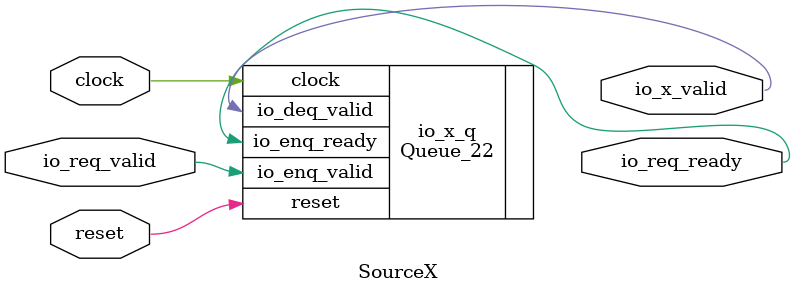
<source format=sv>

`ifndef PRINTF_COND_
  `ifdef PRINTF_COND
    `define PRINTF_COND_ (`PRINTF_COND)
  `else  // PRINTF_COND
    `define PRINTF_COND_ 1
  `endif // PRINTF_COND
`endif // not def PRINTF_COND_

// Users can define 'ASSERT_VERBOSE_COND' to add an extra gate to assert error printing.
`ifndef ASSERT_VERBOSE_COND_
  `ifdef ASSERT_VERBOSE_COND
    `define ASSERT_VERBOSE_COND_ (`ASSERT_VERBOSE_COND)
  `else  // ASSERT_VERBOSE_COND
    `define ASSERT_VERBOSE_COND_ 1
  `endif // ASSERT_VERBOSE_COND
`endif // not def ASSERT_VERBOSE_COND_

// Users can define 'STOP_COND' to add an extra gate to stop conditions.
`ifndef STOP_COND_
  `ifdef STOP_COND
    `define STOP_COND_ (`STOP_COND)
  `else  // STOP_COND
    `define STOP_COND_ 1
  `endif // STOP_COND
`endif // not def STOP_COND_

module SourceX(
  input  clock,
         reset,
  output io_req_ready,
  input  io_req_valid,
  output io_x_valid
);

  Queue_22 io_x_q (
    .clock        (clock),
    .reset        (reset),
    .io_enq_ready (io_req_ready),
    .io_enq_valid (io_req_valid),
    .io_deq_valid (io_x_valid)
  );
endmodule


</source>
